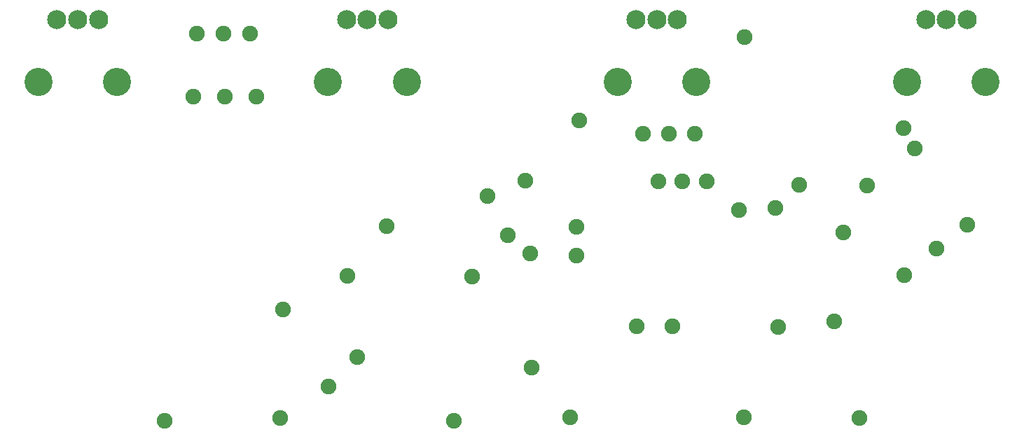
<source format=gbr>
%FSDAX33Y33*%
%MOMM*%
%SFA1B1*%

%IPPOS*%
%ADD35C,2.303201*%
%ADD36C,3.403201*%
%ADD37C,1.903199*%
%LNbotsolder-1*%
%LPD*%
G54D36*
X120752Y054779D03*
G54D35*
X118502Y062279D03*
X116002D03*
X113502D03*
G54D36*
X111252Y054779D03*
X085752D03*
G54D35*
X083502Y062279D03*
X081002D03*
X078502D03*
G54D36*
X076252Y054779D03*
X050752D03*
G54D35*
X048502Y062279D03*
X046002D03*
X043502D03*
G54D36*
X041252Y054779D03*
X015752D03*
G54D35*
X013502Y062279D03*
X011002D03*
X008502D03*
G54D36*
X006252Y054779D03*
G54D37*
X118502Y037479D03*
X114802Y034579D03*
X112202Y046679D03*
X110902Y031379D03*
X110802Y049179D03*
X106402Y042179D03*
X105502Y014079D03*
X103502Y036579D03*
X102402Y025779D03*
X098202Y042279D03*
X095654Y025124D03*
X095302Y039479D03*
X091602Y060179D03*
X091502Y014179D03*
X090902Y039279D03*
X087002Y042679D03*
X085602Y048479D03*
X084102Y042679D03*
X082902Y025179D03*
X082452Y048479D03*
X081202Y042679D03*
X079302Y048479D03*
X078602Y025179D03*
X071602Y050079D03*
X071302Y033779D03*
Y037179D03*
X070502Y014179D03*
X065902Y020179D03*
X065702Y033979D03*
X065102Y042779D03*
X063002Y036179D03*
X060502Y040979D03*
X058659Y031229D03*
X056502Y013779D03*
X048302Y037279D03*
X044802Y021479D03*
X043602Y031279D03*
X041302Y017954D03*
X035794Y027250D03*
X035502Y014079D03*
X032602Y052979D03*
X031802Y060579D03*
X028802Y052979D03*
X028602Y060579D03*
X025402D03*
X025002Y052979D03*
X021502Y013779D03*
M02*
</source>
